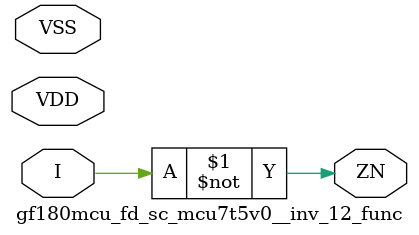
<source format=v>

module gf180mcu_fd_sc_mcu7t5v0__inv_12_func( I, ZN, VDD, VSS );
input I;
inout VDD, VSS;
output ZN;

	not MGM_BG_0( ZN, I );

endmodule

</source>
